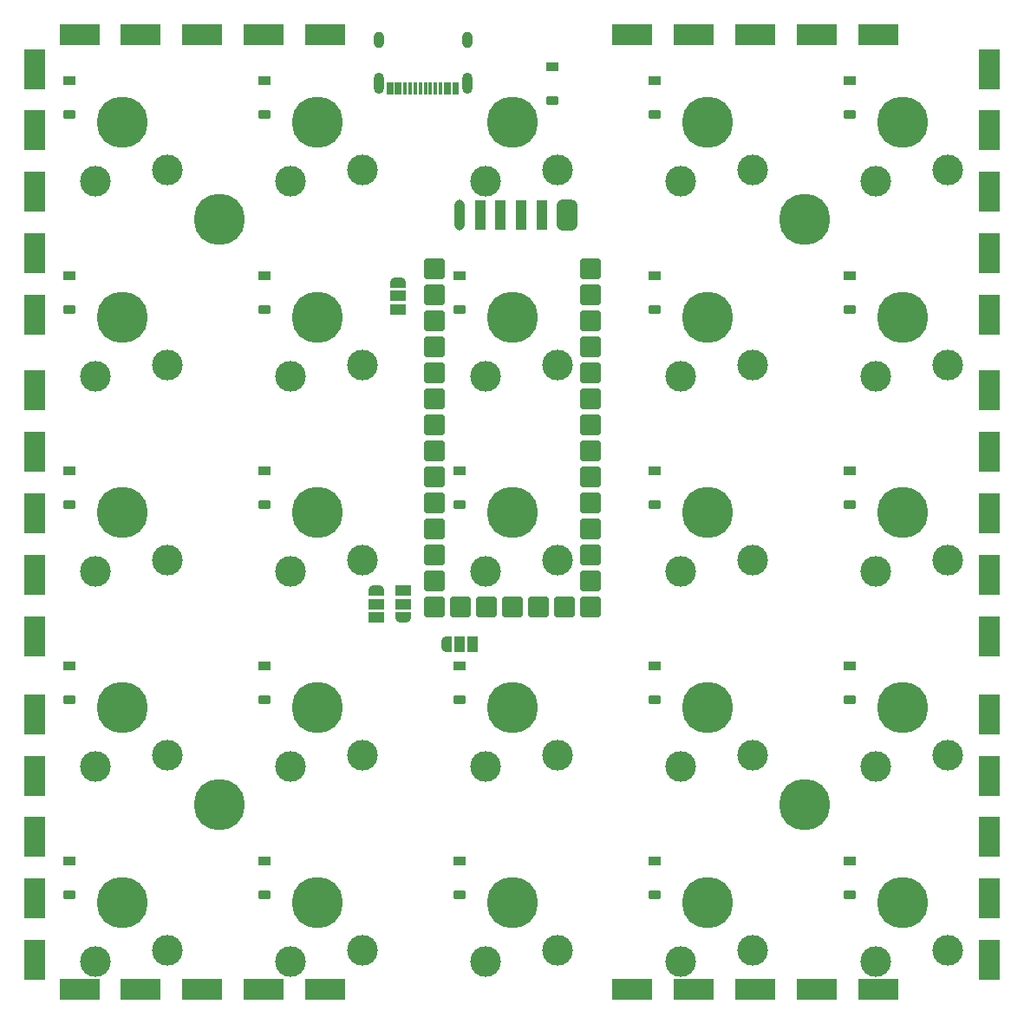
<source format=gbs>
%TF.GenerationSoftware,KiCad,Pcbnew,(6.0.2)*%
%TF.CreationDate,2022-04-11T13:37:05+01:00*%
%TF.ProjectId,v2,76322e6b-6963-4616-945f-706362585858,rev?*%
%TF.SameCoordinates,Original*%
%TF.FileFunction,Soldermask,Bot*%
%TF.FilePolarity,Negative*%
%FSLAX46Y46*%
G04 Gerber Fmt 4.6, Leading zero omitted, Abs format (unit mm)*
G04 Created by KiCad (PCBNEW (6.0.2)) date 2022-04-11 13:37:05*
%MOMM*%
%LPD*%
G01*
G04 APERTURE LIST*
G04 Aperture macros list*
%AMRoundRect*
0 Rectangle with rounded corners*
0 $1 Rounding radius*
0 $2 $3 $4 $5 $6 $7 $8 $9 X,Y pos of 4 corners*
0 Add a 4 corners polygon primitive as box body*
4,1,4,$2,$3,$4,$5,$6,$7,$8,$9,$2,$3,0*
0 Add four circle primitives for the rounded corners*
1,1,$1+$1,$2,$3*
1,1,$1+$1,$4,$5*
1,1,$1+$1,$6,$7*
1,1,$1+$1,$8,$9*
0 Add four rect primitives between the rounded corners*
20,1,$1+$1,$2,$3,$4,$5,0*
20,1,$1+$1,$4,$5,$6,$7,0*
20,1,$1+$1,$6,$7,$8,$9,0*
20,1,$1+$1,$8,$9,$2,$3,0*%
%AMFreePoly0*
4,1,20,0.000000,0.744959,0.073905,0.744508,0.209726,0.703889,0.328688,0.626782,0.421226,0.519385,0.479903,0.390333,0.500000,0.250000,0.500000,-0.250000,0.499851,-0.262216,0.476331,-0.402017,0.414519,-0.529596,0.319384,-0.634700,0.198574,-0.708877,0.061801,-0.746166,0.000000,-0.745033,0.000000,-0.750000,-0.550000,-0.750000,-0.550000,0.750000,0.000000,0.750000,0.000000,0.744959,
0.000000,0.744959,$1*%
G04 Aperture macros list end*
%ADD10C,5.000000*%
%ADD11C,3.000000*%
%ADD12R,4.000000X2.000000*%
%ADD13R,2.000000X4.000000*%
%ADD14RoundRect,0.200000X0.400000X-0.250000X0.400000X0.250000X-0.400000X0.250000X-0.400000X-0.250000X0*%
%ADD15R,1.200000X0.900000*%
%ADD16R,0.300000X1.150000*%
%ADD17O,1.000000X1.600000*%
%ADD18O,1.000000X2.100000*%
%ADD19RoundRect,0.500000X0.000000X1.000000X0.000000X1.000000X0.000000X-1.000000X0.000000X-1.000000X0*%
%ADD20R,1.000000X3.000000*%
%ADD21RoundRect,0.500000X0.500000X1.000000X-0.500000X1.000000X-0.500000X-1.000000X0.500000X-1.000000X0*%
%ADD22R,1.500000X1.000000*%
%ADD23FreePoly0,270.000000*%
%ADD24FreePoly0,90.000000*%
%ADD25RoundRect,0.200000X0.800000X0.800000X-0.800000X0.800000X-0.800000X-0.800000X0.800000X-0.800000X0*%
%ADD26R,1.000000X1.500000*%
%ADD27FreePoly0,180.000000*%
G04 APERTURE END LIST*
D10*
%TO.C,SW6*%
X28937500Y-57212500D03*
D11*
X33337500Y-61912500D03*
X26337500Y-62962500D03*
%TD*%
D12*
%TO.C,J1*%
X24787500Y-29637500D03*
X30787500Y-29637500D03*
X36787500Y-29637500D03*
X42787500Y-29637500D03*
X48787500Y-29637500D03*
%TD*%
D10*
%TO.C,SW4*%
X86087500Y-38162500D03*
D11*
X90487500Y-42862500D03*
X83487500Y-43912500D03*
%TD*%
D13*
%TO.C,J5*%
X20412500Y-95987500D03*
X20412500Y-101987500D03*
X20412500Y-107987500D03*
X20412500Y-113987500D03*
X20412500Y-119987500D03*
%TD*%
%TO.C,J9*%
X113662500Y-95987500D03*
X113662500Y-101987500D03*
X113662500Y-107987500D03*
X113662500Y-113987500D03*
X113662500Y-119987500D03*
%TD*%
D10*
%TO.C,SW10*%
X105137500Y-57212500D03*
D11*
X109537500Y-61912500D03*
X102537500Y-62962500D03*
%TD*%
D13*
%TO.C,J7*%
X113662500Y-32987500D03*
X113662500Y-38987500D03*
X113662500Y-44987500D03*
X113662500Y-50987500D03*
X113662500Y-56987500D03*
%TD*%
D10*
%TO.C,SW9*%
X86087500Y-57212500D03*
D11*
X90487500Y-61912500D03*
X83487500Y-62962500D03*
%TD*%
D10*
%TO.C,H4*%
X38462500Y-47687500D03*
%TD*%
%TO.C,H3*%
X95612500Y-47687500D03*
%TD*%
%TO.C,SW2*%
X47987500Y-38162500D03*
D11*
X52387500Y-42862500D03*
X45387500Y-43912500D03*
%TD*%
D12*
%TO.C,J4*%
X78787500Y-122862500D03*
X84787500Y-122862500D03*
X90787500Y-122862500D03*
X96787500Y-122862500D03*
X102787500Y-122862500D03*
%TD*%
D10*
%TO.C,SW5*%
X105137500Y-38162500D03*
D11*
X109537500Y-42862500D03*
X102537500Y-43912500D03*
%TD*%
D10*
%TO.C,SW21*%
X28937500Y-114362500D03*
D11*
X33337500Y-119062500D03*
X26337500Y-120112500D03*
%TD*%
D13*
%TO.C,J8*%
X113662500Y-64362500D03*
X113662500Y-70362500D03*
X113662500Y-76362500D03*
X113662500Y-82362500D03*
X113662500Y-88362500D03*
%TD*%
D12*
%TO.C,J3*%
X78787500Y-29637500D03*
X84787500Y-29637500D03*
X90787500Y-29637500D03*
X96787500Y-29637500D03*
X102787500Y-29637500D03*
%TD*%
D10*
%TO.C,SW22*%
X47987500Y-114362500D03*
D11*
X52387500Y-119062500D03*
X45387500Y-120112500D03*
%TD*%
D10*
%TO.C,SW13*%
X67037500Y-76262500D03*
D11*
X71437500Y-80962500D03*
X64437500Y-82012500D03*
%TD*%
D10*
%TO.C,SW1*%
X28937500Y-38162500D03*
D11*
X33337500Y-42862500D03*
X26337500Y-43912500D03*
%TD*%
D13*
%TO.C,J10*%
X20412500Y-32987500D03*
X20412500Y-38987500D03*
X20412500Y-44987500D03*
X20412500Y-50987500D03*
X20412500Y-56987500D03*
%TD*%
D10*
%TO.C,SW14*%
X86087500Y-76262500D03*
D11*
X90487500Y-80962500D03*
X83487500Y-82012500D03*
%TD*%
D10*
%TO.C,SW19*%
X86087500Y-95312500D03*
D11*
X90487500Y-100012500D03*
X83487500Y-101062500D03*
%TD*%
D10*
%TO.C,SW17*%
X47987500Y-95312500D03*
D11*
X52387500Y-100012500D03*
X45387500Y-101062500D03*
%TD*%
D10*
%TO.C,H2*%
X95612500Y-104837500D03*
%TD*%
%TO.C,SW15*%
X105137500Y-76262500D03*
D11*
X109537500Y-80962500D03*
X102537500Y-82012500D03*
%TD*%
D10*
%TO.C,SW16*%
X28937500Y-95312500D03*
D11*
X33337500Y-100012500D03*
X26337500Y-101062500D03*
%TD*%
D10*
%TO.C,SW24*%
X86087500Y-114362500D03*
D11*
X90487500Y-119062500D03*
X83487500Y-120112500D03*
%TD*%
D10*
%TO.C,H1*%
X38462500Y-104837500D03*
%TD*%
D12*
%TO.C,J2*%
X24787500Y-122862500D03*
X30787500Y-122862500D03*
X36787500Y-122862500D03*
X42787500Y-122862500D03*
X48787500Y-122862500D03*
%TD*%
D10*
%TO.C,SW20*%
X105137500Y-95312500D03*
D11*
X109537500Y-100012500D03*
X102537500Y-101062500D03*
%TD*%
D10*
%TO.C,SW23*%
X67037500Y-114362500D03*
D11*
X71437500Y-119062500D03*
X64437500Y-120112500D03*
%TD*%
D10*
%TO.C,SW18*%
X67037500Y-95312500D03*
D11*
X71437500Y-100012500D03*
X64437500Y-101062500D03*
%TD*%
D10*
%TO.C,SW3*%
X67037500Y-38162500D03*
D11*
X71437500Y-42862500D03*
X64437500Y-43912500D03*
%TD*%
D10*
%TO.C,SW25*%
X105137500Y-114362500D03*
D11*
X109537500Y-119062500D03*
X102537500Y-120112500D03*
%TD*%
D10*
%TO.C,SW7*%
X47987500Y-57212500D03*
D11*
X52387500Y-61912500D03*
X45387500Y-62962500D03*
%TD*%
D10*
%TO.C,SW11*%
X28937500Y-76262500D03*
D11*
X33337500Y-80962500D03*
X26337500Y-82012500D03*
%TD*%
D10*
%TO.C,SW12*%
X47987500Y-76262500D03*
D11*
X52387500Y-80962500D03*
X45387500Y-82012500D03*
%TD*%
D13*
%TO.C,J6*%
X20412500Y-64362500D03*
X20412500Y-70362500D03*
X20412500Y-76362500D03*
X20412500Y-82362500D03*
X20412500Y-88362500D03*
%TD*%
D10*
%TO.C,SW8*%
X67037500Y-57212500D03*
D11*
X71437500Y-61912500D03*
X64437500Y-62962500D03*
%TD*%
D14*
%TO.C,D9*%
X80962500Y-56481250D03*
D15*
X80962500Y-53181250D03*
%TD*%
D14*
%TO.C,D7*%
X42862500Y-56481250D03*
D15*
X42862500Y-53181250D03*
%TD*%
D16*
%TO.C,J11*%
X54962500Y-34922500D03*
X55762500Y-34922500D03*
X57062500Y-34922500D03*
X58062500Y-34922500D03*
X58562500Y-34922500D03*
X59562500Y-34922500D03*
X60862500Y-34922500D03*
X61662500Y-34922500D03*
X61362500Y-34922500D03*
X60562500Y-34922500D03*
X60062500Y-34922500D03*
X59062500Y-34922500D03*
X57562500Y-34922500D03*
X56562500Y-34922500D03*
X56062500Y-34922500D03*
X55262500Y-34922500D03*
D17*
X62632500Y-30177500D03*
D18*
X53992500Y-34357500D03*
D17*
X53992500Y-30177500D03*
D18*
X62632500Y-34357500D03*
%TD*%
D14*
%TO.C,D17*%
X42862500Y-94581250D03*
D15*
X42862500Y-91281250D03*
%TD*%
D14*
%TO.C,D11*%
X23812500Y-75531250D03*
D15*
X23812500Y-72231250D03*
%TD*%
D19*
%TO.C,J12*%
X61912500Y-47237500D03*
D20*
X63912500Y-47237500D03*
X65912500Y-47237500D03*
X67912500Y-47237500D03*
X69912500Y-47237500D03*
D21*
X72412500Y-47237500D03*
%TD*%
D14*
%TO.C,D22*%
X42862500Y-113631250D03*
D15*
X42862500Y-110331250D03*
%TD*%
D14*
%TO.C,D5*%
X100012500Y-37431250D03*
D15*
X100012500Y-34131250D03*
%TD*%
D14*
%TO.C,D1*%
X23812500Y-37431250D03*
D15*
X23812500Y-34131250D03*
%TD*%
D14*
%TO.C,D21*%
X23812500Y-113631250D03*
D15*
X23812500Y-110331250D03*
%TD*%
D14*
%TO.C,D12*%
X42862500Y-75531250D03*
D15*
X42862500Y-72231250D03*
%TD*%
D14*
%TO.C,D20*%
X100012500Y-94581250D03*
D15*
X100012500Y-91281250D03*
%TD*%
D22*
%TO.C,JP3*%
X56412500Y-83937500D03*
X56412500Y-85237500D03*
D23*
X56412500Y-86537500D03*
%TD*%
D14*
%TO.C,D3*%
X70962500Y-36037500D03*
D15*
X70962500Y-32737500D03*
%TD*%
D14*
%TO.C,D15*%
X100012500Y-75531250D03*
D15*
X100012500Y-72231250D03*
%TD*%
D14*
%TO.C,D23*%
X61912500Y-113631250D03*
D15*
X61912500Y-110331250D03*
%TD*%
D14*
%TO.C,D18*%
X61912500Y-94581250D03*
D15*
X61912500Y-91281250D03*
%TD*%
D14*
%TO.C,D4*%
X80962500Y-37431250D03*
D15*
X80962500Y-34131250D03*
%TD*%
D22*
%TO.C,JP2*%
X55912500Y-56437500D03*
X55912500Y-55137500D03*
D24*
X55912500Y-53837500D03*
%TD*%
D14*
%TO.C,D16*%
X23812500Y-94581250D03*
D15*
X23812500Y-91281250D03*
%TD*%
D22*
%TO.C,JP4*%
X53812500Y-86537500D03*
X53812500Y-85237500D03*
D24*
X53812500Y-83937500D03*
%TD*%
D14*
%TO.C,D19*%
X80962500Y-94581250D03*
D15*
X80962500Y-91281250D03*
%TD*%
D14*
%TO.C,D13*%
X61912500Y-75531250D03*
D15*
X61912500Y-72231250D03*
%TD*%
D14*
%TO.C,D24*%
X80962500Y-113631250D03*
D15*
X80962500Y-110331250D03*
%TD*%
D14*
%TO.C,D10*%
X100012500Y-56481250D03*
D15*
X100012500Y-53181250D03*
%TD*%
D14*
%TO.C,D14*%
X80962500Y-75531250D03*
D15*
X80962500Y-72231250D03*
%TD*%
D14*
%TO.C,D8*%
X61912500Y-56481250D03*
D15*
X61912500Y-53181250D03*
%TD*%
D25*
%TO.C,U1*%
X74662500Y-52477500D03*
X74662500Y-55017500D03*
X74662500Y-57557500D03*
X74662500Y-60097500D03*
X74662500Y-62637500D03*
X74662500Y-65177500D03*
X74662500Y-67717500D03*
X74662500Y-70257500D03*
X74662500Y-72797500D03*
X74662500Y-75337500D03*
X74662500Y-77877500D03*
X74662500Y-80417500D03*
X74662500Y-82957500D03*
X74662500Y-85497500D03*
X72122500Y-85497500D03*
X69582500Y-85497500D03*
X67042500Y-85497500D03*
X64502500Y-85497500D03*
X61962500Y-85497500D03*
X59422500Y-85497500D03*
X59422500Y-82957500D03*
X59422500Y-80417500D03*
X59422500Y-77877500D03*
X59422500Y-75337500D03*
X59422500Y-72797500D03*
X59422500Y-70257500D03*
X59422500Y-67717500D03*
X59422500Y-65177500D03*
X59422500Y-62637500D03*
X59422500Y-60097500D03*
X59422500Y-57557500D03*
X59422500Y-55017500D03*
X59422500Y-52477500D03*
%TD*%
D26*
%TO.C,JP1*%
X63212500Y-89137500D03*
X61912500Y-89137500D03*
D27*
X60612500Y-89137500D03*
%TD*%
D14*
%TO.C,D6*%
X23812500Y-56481250D03*
D15*
X23812500Y-53181250D03*
%TD*%
D14*
%TO.C,D25*%
X100012500Y-113631250D03*
D15*
X100012500Y-110331250D03*
%TD*%
D14*
%TO.C,D2*%
X42862500Y-37431250D03*
D15*
X42862500Y-34131250D03*
%TD*%
M02*

</source>
